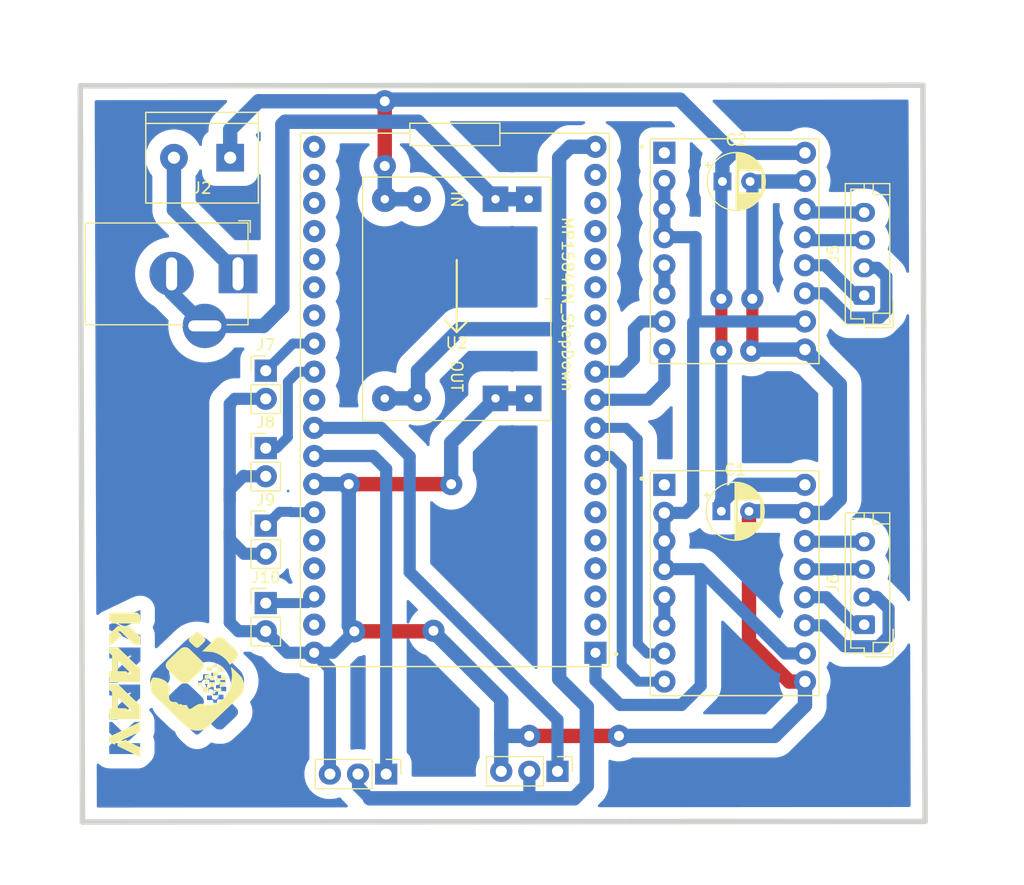
<source format=kicad_pcb>
(kicad_pcb (version 20211014) (generator pcbnew)
  (layers (0 "F.Cu" signal) (31 "B.Cu" signal) (34 "B.Paste" user) (35 "F.Paste" user) (36 "B.SilkS" user "B.Silkscreen") (37 "F.SilkS" user "F.Silkscreen") (38 "B.Mask" user) (39 "F.Mask" user) (44 "Edge.Cuts" user))
  (net 0 "")
  (net 1 "+12V")
  (net 2 "GND")
  (net 3 "Net-(J1-Pad1)")
  (net 4 "D18")
  (net 5 "+5V")
  (net 6 "D19")
  (net 7 "Net-(J5-Pad1)")
  (net 8 "Net-(J5-Pad2)")
  (net 9 "Net-(J5-Pad3)")
  (net 10 "Net-(J5-Pad4)")
  (net 11 "Net-(J6-Pad1)")
  (net 12 "Net-(J6-Pad2)")
  (net 13 "Net-(J6-Pad3)")
  (net 14 "Net-(J6-Pad4)")
  (net 15 "+3V3")
  (net 29 "D25")
  (net 30 "D26")
  (net 31 "D27")
  (net 33 "D16")
  (net 34 "D17")
  (net 36 "Net-(U3-Pad5)")
  (net 38 "Net-(U4-Pad5)")
  (net 40 "D33")
  (net 41 "Net-(J1-Pad2)")
  (net 48 "D21")
  (net 51 "D22")
  (footprint "LOGO_KAV.id:LOGO_KAV2" (layer "F.Cu") (at 89.9 123.05 -90)
    (fp_text reference "G***" hide)
    (fp_text value "LOGO" hide)
  )
  (footprint "Driver_Stepper:MODULE_A4988_STEPPER_MOTOR_DRIVER_CARRIER" (layer "F.Cu") (at 140 114)
    (fp_text reference "U4" hide)
    (fp_text value "A4988_STEPPER_MOTOR_DRIVER_B")
  )
  (footprint "ESP32-DEVKIT-38PIN:MODULE_ESP32-DEVKITC" (layer "F.Cu") (at 114.7275 97.435 180)
    (fp_text reference "U2")
    (fp_text value "ESP32-DEVKITC")
  )
  (footprint "Connector_JST:JST_EH_B4B-EH-A_1x04_P2.50mm_Vertical" (layer "F.Cu") (at 151.7 117.75 90)
    (fp_text reference "J6")
    (fp_text value "Step B")
  )
  (footprint "Connector_PinHeader_2.54mm:PinHeader_1x02_P2.54mm_Vertical" (layer "F.Cu") (at 97.65 108.8)
    (fp_text reference "J9")
    (fp_text value "Limit_SW_3")
  )
  (footprint "Connector_PinHeader_2.54mm:PinHeader_1x02_P2.54mm_Vertical" (layer "F.Cu") (at 97.65 94.8)
    (fp_text reference "J7")
    (fp_text value "Limit_SW_1")
  )
  (footprint "Capacitor_THT:CP_Radial_D5.0mm_P2.50mm" (layer "F.Cu") (at 138.894888 77.7)
    (fp_text reference "C2")
    (fp_text value "C" hide)
  )
  (footprint "Connector_PinHeader_2.54mm:PinHeader_1x03_P2.54mm_Vertical" (layer "F.Cu") (at 108.525 131.25 -90)
    (fp_text reference "J4" hide)
    (fp_text value "Servo B")
  )
  (footprint "Driver_Stepper:MODULE_A4988_STEPPER_MOTOR_DRIVER_CARRIER" (layer "F.Cu") (at 140 84)
    (fp_text reference "U3" hide)
    (fp_text value "A4988_STEPPER_MOTOR_DRIVER_A")
  )
  (footprint "LOGO_KAV.id:LOGO_KAV" (layer "F.Cu") (at 89.9 123.05 -90)
    (fp_text reference "G***" hide)
    (fp_text value "LOGO" hide)
  )
  (footprint "Connector_TerminalBloks:TE_282837-2" (layer "F.Cu") (at 91.9 75.55 180)
    (fp_text reference "J2")
    (fp_text value "Switch")
  )
  (footprint "MP1584EN_StepDown:MP1584EN_StepDown" (layer "F.Cu") (at 114.9 88.3 -90)
    (fp_text reference "U1" hide)
    (fp_text value "MP1584EN_StepDown")
  )
  (footprint "Connector_PinHeader_2.54mm:PinHeader_1x02_P2.54mm_Vertical" (layer "F.Cu") (at 97.65 101.8)
    (fp_text reference "J8")
    (fp_text value "Limit_SW_2")
  )
  (footprint "Connector_PinHeader_2.54mm:PinHeader_1x03_P2.54mm_Vertical" (layer "F.Cu") (at 124 131 -90)
    (fp_text reference "J3" hide)
    (fp_text value "Servo A")
  )
  (footprint "Capacitor_THT:CP_Radial_D5.0mm_P2.50mm" (layer "F.Cu") (at 138.794888 107.5)
    (fp_text reference "C1")
    (fp_text value "C" hide)
  )
  (footprint "Connector_PinHeader_2.54mm:PinHeader_1x02_P2.54mm_Vertical" (layer "F.Cu") (at 97.65 115.8)
    (fp_text reference "J10")
    (fp_text value "Limit_SW_4")
  )
  (footprint "Connector_JST:JST_EH_B4B-EH-A_1x04_P2.50mm_Vertical" (layer "F.Cu") (at 151.7 88 90)
    (fp_text reference "J5")
    (fp_text value "Step A")
  )
  (footprint "Connector_BarrelJack:BarrelJack_Horizontal" (layer "F.Cu") (at 95.15 86.05)
    (fp_text reference "J1" hide)
    (fp_text value "Power")
  )
  (gr_line (start 157.2 135.525) (end 81.1 135.575) (layer "Edge.Cuts") (width 0.5))
  (gr_line (start 80.9 69.05) (end 157 69) (layer "Edge.Cuts") (width 0.5))
  (gr_line (start 81.1 135.575) (end 80.9 69.05) (layer "Edge.Cuts") (width 0.5))
  (gr_line (start 157 69) (end 157.2 135.525) (layer "Edge.Cuts") (width 0.5))
  (segment (start 138.8 88.3) (end 138.8 93) (width 1.1) (layer "F.Cu") (net 1))
  (segment (start 108.4 70.4505) (end 108.4 76.3) (width 1.3) (layer "F.Cu") (net 1))
  (via (at 138.8 93) (size 2) (drill 0.9) (layers "F.Cu" "B.Cu") (net 1))
  (via (at 108.4 76.3) (size 2) (drill 0.9) (layers "F.Cu" "B.Cu") (net 1))
  (via (at 108.4 70.4505) (size 2) (drill 0.9) (layers "F.Cu" "B.Cu") (net 1))
  (via (at 138.8 88.3) (size 2) (drill 0.9) (layers "F.Cu" "B.Cu") (net 1))
  (segment (start 138.794888 106.705112) (end 140.39 105.11) (width 1.3) (layer "B.Cu") (net 1))
  (segment (start 138.8 88.3) (end 138.8 77.794888) (width 1.1) (layer "B.Cu") (net 1))
  (segment (start 139.8 75.05) (end 139.8 75.1) (width 1.3) (layer "B.Cu") (net 1))
  (segment (start 135.05 70.3) (end 139.8 75.05) (width 1.3) (layer "B.Cu") (net 1))
  (segment (start 138.8 77.794888) (end 138.894888 77.7) (width 1.1) (layer "B.Cu") (net 1))
  (segment (start 108.4 70.4505) (end 96.9995 70.4505) (width 1.3) (layer "B.Cu") (net 1))
  (segment (start 138.894888 77.7) (end 138.894888 76.005112) (width 1.3) (layer "B.Cu") (net 1))
  (segment (start 108.4 79.3) (end 111.4 79.3) (width 1.3) (layer "B.Cu") (net 1))
  (segment (start 108.4 76.3) (end 108.4 79.3) (width 1.3) (layer "B.Cu") (net 1))
  (segment (start 138.8 93) (end 138.794888 93.005112) (width 1.1) (layer "B.Cu") (net 1))
  (segment (start 139.81 75.11) (end 140.19 75.11) (width 1.3) (layer "B.Cu") (net 1))
  (segment (start 108.5505 70.3) (end 135.05 70.3) (width 1.3) (layer "B.Cu") (net 1))
  (segment (start 138.794888 93.005112) (end 138.794888 107.5) (width 1.1) (layer "B.Cu") (net 1))
  (segment (start 96.9995 70.4505) (end 94.44 73.01) (width 1.3) (layer "B.Cu") (net 1))
  (segment (start 94.44 73.01) (end 94.44 75.55) (width 1.3) (layer "B.Cu") (net 1))
  (segment (start 139.8 75.1) (end 139.81 75.11) (width 1.3) (layer "B.Cu") (net 1))
  (segment (start 138.894888 76.005112) (end 139.8 75.1) (width 1.3) (layer "B.Cu") (net 1))
  (segment (start 108.2495 70.3) (end 108.4 70.4505) (width 1.3) (layer "B.Cu") (net 1))
  (segment (start 140.19 75.11) (end 146.35 75.11) (width 1.3) (layer "B.Cu") (net 1))
  (segment (start 138.794888 107.5) (end 138.794888 106.705112) (width 1.3) (layer "B.Cu") (net 1))
  (segment (start 140.39 105.11) (end 146.35 105.11) (width 1.3) (layer "B.Cu") (net 1))
  (segment (start 108.4 70.4505) (end 108.5505 70.3) (width 1.3) (layer "B.Cu") (net 1))
  (segment (start 112.8 118.3) (end 112.75 118.35) (width 1.3) (layer "F.Cu") (net 2))
  (segment (start 144.935787 122.89) (end 141.294888 119.249101) (width 1.3) (layer "F.Cu") (net 2))
  (segment (start 141.6 92.9) (end 141.5 93) (width 1.1) (layer "F.Cu") (net 2))
  (segment (start 146.35 122.89) (end 144.935787 122.89) (width 1.3) (layer "F.Cu") (net 2))
  (segment (start 141.294888 119.249101) (end 141.294888 107.5) (width 1.3) (layer "F.Cu") (net 2))
  (segment (start 121.45 127.8) (end 129.55 127.8) (width 1.3) (layer "F.Cu") (net 2))
  (segment (start 114.4 105.05) (end 105.15 105.05) (width 1.3) (layer "F.Cu") (net 2))
  (segment (start 112.75 118.35) (end 105.65 118.35) (width 1.3) (layer "F.Cu") (net 2))
  (segment (start 141.6 88.3) (end 141.6 92.9) (width 1.1) (layer "F.Cu") (net 2))
  (via (at 114.4 105.05) (size 2) (drill 0.9) (layers "F.Cu" "B.Cu") (net 2))
  (via (at 105.15 105.05) (size 2) (drill 0.9) (layers "F.Cu" "B.Cu") (net 2))
  (via (at 141.6 88.3) (size 2) (drill 0.9) (layers "F.Cu" "B.Cu") (net 2))
  (via (at 129.55 127.8) (size 2) (drill 0.9) (layers "F.Cu" "B.Cu") (net 2))
  (via (at 141.5 93) (size 2) (drill 0.9) (layers "F.Cu" "B.Cu") (net 2))
  (via (at 121.45 127.8) (size 2) (drill 0.9) (layers "F.Cu" "B.Cu") (net 2))
  (via (at 112.8 118.3) (size 2) (drill 0.9) (layers "F.Cu" "B.Cu") (net 2))
  (via (at 105.65 118.35) (size 2) (drill 0.9) (layers "F.Cu" "B.Cu") (net 2))
  (segment (start 105.15 117.85) (end 105.65 118.35) (width 1.3) (layer "B.Cu") (net 2))
  (segment (start 94.86 97.34) (end 94.4 97.8) (width 1.1) (layer "B.Cu") (net 2))
  (segment (start 97.65 111.34) (end 95.69 111.34) (width 1.1) (layer "B.Cu") (net 2))
  (segment (start 103.715 120.285) (end 105.65 118.35) (width 1.1) (layer "B.Cu") (net 2))
  (segment (start 118.92 127.68) (end 118.92 131) (width 1.3) (layer "B.Cu") (net 2))
  (segment (start 141.6 88.3) (end 141.6 77.905112) (width 1.1) (layer "B.Cu") (net 2))
  (segment (start 105.15 105.05) (end 105.15 117.85) (width 1.3) (layer "B.Cu") (net 2))
  (segment (start 94.4 109.3) (end 94.4 106.55) (width 1.1) (layer "B.Cu") (net 2))
  (segment (start 121.4 97.3) (end 118.4 97.3) (width 1.3) (layer "B.Cu") (net 2))
  (segment (start 99.595 120.285) (end 97.65 118.34) (width 1.1) (layer "B.Cu") (net 2))
  (segment (start 146.3 77.7) (end 146.35 77.65) (width 1.3) (layer "B.Cu") (net 2))
  (segment (start 95.69 111.34) (end 94.4 110.05) (width 1.1) (layer "B.Cu") (net 2))
  (segment (start 141.6 77.905112) (end 141.394888 77.7) (width 1.1) (layer "B.Cu") (net 2))
  (segment (start 97.65 118.34) (end 95.19 118.34) (width 1.1) (layer "B.Cu") (net 2))
  (segment (start 105.145 105.045) (end 105.15 105.05) (width 1.3) (layer "B.Cu") (net 2))
  (segment (start 118.92 124.52) (end 118.92 127.68) (width 1.3) (layer "B.Cu") (net 2))
  (segment (start 141.61 92.89) (end 141.5 93) (width 1.3) (layer "B.Cu") (net 2))
  (segment (start 103.445 131.25) (end 103.445 121.7025) (width 1.1) (layer "B.Cu") (net 2))
  (segment (start 146.35 125.05) (end 146.35 122.89) (width 1.3) (layer "B.Cu") (net 2))
  (segment (start 112.8 118.4) (end 118.92 124.52) (width 1.3) (layer "B.Cu") (net 2))
  (segment (start 149.5 106.4) (end 149.5 96.04) (width 1.3) (layer "B.Cu") (net 2))
  (segment (start 94.4 117.55) (end 94.4 109.3) (width 1.1) (layer "B.Cu") (net 2))
  (segment (start 149.5 96.04) (end 146.35 92.89) (width 1.3) (layer "B.Cu") (net 2))
  (segment (start 102.0275 105.045) (end 105.145 105.045) (width 1.3) (layer "B.Cu") (net 2))
  (segment (start 95.65 104.3) (end 95.69 104.34) (width 1.1) (layer "B.Cu") (net 2))
  (segment (start 102.0275 120.285) (end 99.595 120.285) (width 1.1) (layer "B.Cu") (net 2))
  (segment (start 114.4 101.3) (end 118.4 97.3) (width 1.3) (layer "B.Cu") (net 2))
  (segment (start 119.04 127.8) (end 118.92 127.68) (width 1.3) (layer "B.Cu") (net 2))
  (segment (start 95.69 104.34) (end 97.65 104.34) (width 1.1) (layer "B.Cu") (net 2))
  (segment (start 141.294888 107.5) (end 146.2 107.5) (width 1.3) (layer "B.Cu") (net 2))
  (segment (start 94.4 97.8) (end 94.4 106.55) (width 1.1) (layer "B.Cu") (net 2))
  (segment (start 146.35 92.89) (end 141.61 92.89) (width 1.3) (layer "B.Cu") (net 2))
  (segment (start 143.6 127.8) (end 146.35 125.05) (width 1.3) (layer "B.Cu") (net 2))
  (segment (start 94.4 110.05) (end 94.4 109.3) (width 1.1) (layer "B.Cu") (net 2))
  (segment (start 146.35 107.65) (end 148.25 107.65) (width 1.3) (layer "B.Cu") (net 2))
  (segment (start 141.394888 77.7) (end 146.3 77.7) (width 1.3) (layer "B.Cu") (net 2))
  (segment (start 112.8 118.3) (end 112.8 118.4) (width 1.3) (layer "B.Cu") (net 2))
  (segment (start 129.55 127.8) (end 143.6 127.8) (width 1.3) (layer "B.Cu") (net 2))
  (segment (start 148.25 107.65) (end 149.5 106.4) (width 1.3) (layer "B.Cu") (net 2))
  (segment (start 95.19 118.34) (end 94.4 117.55) (width 1.1) (layer "B.Cu") (net 2))
  (segment (start 146.2 107.5) (end 146.35 107.65) (width 1.3) (layer "B.Cu") (net 2))
  (segment (start 103.445 121.7025) (end 102.0275 120.285) (width 1.1) (layer "B.Cu") (net 2))
  (segment (start 121.45 127.8) (end 119.04 127.8) (width 1.3) (layer "B.Cu") (net 2))
  (segment (start 94.4 106.55) (end 94.4 105.55) (width 1.1) (layer "B.Cu") (net 2))
  (segment (start 114.4 105.05) (end 114.4 101.3) (width 1.3) (layer "B.Cu") (net 2))
  (segment (start 94.4 105.55) (end 95.65 104.3) (width 1.1) (layer "B.Cu") (net 2))
  (segment (start 97.65 97.34) (end 94.86 97.34) (width 1.1) (layer "B.Cu") (net 2))
  (segment (start 102.0275 120.285) (end 103.715 120.285) (width 1.1) (layer "B.Cu") (net 2))
  (segment (start 89.36 75.55) (end 89.36 80.26) (width 1.3) (layer "B.Cu") (net 3))
  (segment (start 95.4 85.8) (end 95.15 86.05) (width 1.3) (layer "B.Cu") (net 3))
  (segment (start 89.36 80.26) (end 95.15 86.05) (width 1.3) (layer "B.Cu") (net 3))
  (segment (start 108.065 99.965) (end 102.0275 99.965) (width 1.1) (layer "B.Cu") (net 4))
  (segment (start 110.65 113) (end 110.65 102.55) (width 1.1) (layer "B.Cu") (net 4))
  (segment (start 124 131) (end 124 126.35) (width 1.1) (layer "B.Cu") (net 4))
  (segment (start 110.65 102.55) (end 108.065 99.965) (width 1.1) (layer "B.Cu") (net 4))
  (segment (start 124 126.35) (end 110.65 113) (width 1.1) (layer "B.Cu") (net 4))
  (segment (start 105.985 132.385) (end 105.985 131.25) (width 1.1) (layer "B.Cu") (net 5))
  (segment (start 125.135 74.565) (end 127.4275 74.565) (width 1.3) (layer "B.Cu") (net 5))
  (segment (start 115.15 91.05) (end 124.15 91.05) (width 1.3) (layer "B.Cu") (net 5))
  (segment (start 111.4 94.8) (end 115.15 91.05) (width 1.3) (layer "B.Cu") (net 5))
  (segment (start 124.15 75.55) (end 125.135 74.565) (width 1.3) (layer "B.Cu") (net 5))
  (segment (start 125.51 133.44) (end 121.46 133.44) (width 1.3) (layer "B.Cu") (net 5))
  (segment (start 124.15 122.65) (end 124.15 91.05) (width 1.3) (layer "B.Cu") (net 5))
  (segment (start 126.65 125.15) (end 124.15 122.65) (width 1.3) (layer "B.Cu") (net 5))
  (segment (start 111.4 97.3) (end 108.4 97.3) (width 1.3) (layer "B.Cu") (net 5))
  (segment (start 126.65 132.3) (end 126.65 125.15) (width 1.3) (layer "B.Cu") (net 5))
  (segment (start 107.04 133.44) (end 105.985 132.385) (width 1.1) (layer "B.Cu") (net 5))
  (segment (start 121.46 131) (end 121.46 133.44) (width 1.1) (layer "B.Cu") (net 5))
  (segment (start 126.65 132.3) (end 125.51 133.44) (width 1.3) (layer "B.Cu") (net 5))
  (segment (start 111.4 97.3) (end 111.4 94.8) (width 1.3) (layer "B.Cu") (net 5))
  (segment (start 124.15 91.05) (end 124.15 75.55) (width 1.3) (layer "B.Cu") (net 5))
  (segment (start 121.46 133.44) (end 107.04 133.44) (width 1.3) (layer "B.Cu") (net 5))
  (segment (start 108.525 103.675) (end 107.355 102.505) (width 1.1) (layer "B.Cu") (net 6))
  (segment (start 107.355 102.505) (end 102.0275 102.505) (width 1.1) (layer "B.Cu") (net 6))
  (segment (start 108.525 131.25) (end 108.525 103.675) (width 1.1) (layer "B.Cu") (net 6))
  (segment (start 148.17 85.27) (end 146.35 85.27) (width 1.1) (layer "B.Cu") (net 7))
  (segment (start 150.9 88) (end 148.17 85.27) (width 1.1) (layer "B.Cu") (net 7))
  (segment (start 151.7 88) (end 150.9 88) (width 1.1) (layer "B.Cu") (net 7))
  (segment (start 148.11 87.81) (end 150.3 90) (width 1.1) (layer "B.Cu") (net 8))
  (segment (start 146.35 87.81) (end 148.11 87.81) (width 1.1) (layer "B.Cu") (net 8))
  (segment (start 153.7 89.4) (end 153.7 86.3) (width 1.1) (layer "B.Cu") (net 8))
  (segment (start 153.1 90) (end 153.7 89.4) (width 1.1) (layer "B.Cu") (net 8))
  (segment (start 152.9 85.5) (end 151.7 85.5) (width 1.1) (layer "B.Cu") (net 8))
  (segment (start 153.7 86.3) (end 152.9 85.5) (width 1.1) (layer "B.Cu") (net 8))
  (segment (start 150.3 90) (end 153.1 90) (width 1.1) (layer "B.Cu") (net 8))
  (segment (start 151.7 83) (end 146.62 83) (width 1.1) (layer "B.Cu") (net 9))
  (segment (start 146.62 83) (end 146.35 82.73) (width 1.1) (layer "B.Cu") (net 9))
  (segment (start 146.66 80.5) (end 146.35 80.19) (width 1.1) (layer "B.Cu") (net 10))
  (segment (start 151.7 80.5) (end 146.66 80.5) (width 1.1) (layer "B.Cu") (net 10))
  (segment (start 148.27 115.27) (end 146.35 115.27) (width 1.1) (layer "B.Cu") (net 11))
  (segment (start 150.75 117.75) (end 148.27 115.27) (width 1.1) (layer "B.Cu") (net 11))
  (segment (start 151.7 117.75) (end 150.75 117.75) (width 1.1) (layer "B.Cu") (net 11))
  (segment (start 146.35 117.81) (end 148.01 117.81) (width 1.1) (layer "B.Cu") (net 12))
  (segment (start 153 119.7) (end 153.9 118.8) (width 1.1) (layer "B.Cu") (net 12))
  (segment (start 152.85 115.25) (end 151.7 115.25) (width 1.1) (layer "B.Cu") (net 12))
  (segment (start 153.9 118.8) (end 153.9 116.3) (width 1.1) (layer "B.Cu") (net 12))
  (segment (start 153.9 116.3) (end 152.85 115.25) (width 1.1) (layer "B.Cu") (net 12))
  (segment (start 148.01 117.81) (end 149.9 119.7) (width 1.1) (layer "B.Cu") (net 12))
  (segment (start 149.9 119.7) (end 153 119.7) (width 1.1) (layer "B.Cu") (net 12))
  (segment (start 151.7 112.75) (end 146.37 112.75) (width 1.1) (layer "B.Cu") (net 13))
  (segment (start 146.37 112.75) (end 146.35 112.73) (width 1.1) (layer "B.Cu") (net 13))
  (segment (start 151.7 110.25) (end 146.41 110.25) (width 1.1) (layer "B.Cu") (net 14))
  (segment (start 146.41 110.25) (end 146.35 110.19) (width 1.1) (layer "B.Cu") (net 14))
  (segment (start 146.35 90.35) (end 136.55 90.35) (width 1.1) (layer "B.Cu") (net 15))
  (segment (start 133.65 107.65) (end 135.53 107.65) (width 1.1) (layer "B.Cu") (net 15))
  (segment (start 127.4275 122.7775) (end 129.65 125) (width 1.1) (layer "B.Cu") (net 15))
  (segment (start 129.65 125) (end 135.2 125) (width 1.1) (layer "B.Cu") (net 15))
  (segment (start 136.93 123.27) (end 136.93 112.73) (width 1.1) (layer "B.Cu") (net 15))
  (segment (start 133.65 107.65) (end 133.65 110.19) (width 1.1) (layer "B.Cu") (net 15))
  (segment (start 136.47 82.73) (end 133.65 82.73) (width 1.1) (layer "B.Cu") (net 15))
  (segment (start 133.65 82.73) (end 133.65 80.19) (width 1.1) (layer "B.Cu") (net 15))
  (segment (start 136.93 112.73) (end 133.65 112.73) (width 1.1) (layer "B.Cu") (net 15))
  (segment (start 144.55 120.35) (end 136.93 112.73) (width 1.1) (layer "B.Cu") (net 15))
  (segment (start 136.47 90.43) (end 136.47 82.73) (width 1.1) (layer "B.Cu") (net 15))
  (segment (start 146.35 120.35) (end 144.55 120.35) (width 1.1) (layer "B.Cu") (net 15))
  (segment (start 136.25 106.93) (end 136.25 90.43) (width 1.1) (layer "B.Cu") (net 15))
  (segment (start 133.65 77.65) (end 133.65 80.19) (width 1.1) (layer "B.Cu") (net 15))
  (segment (start 135.53 107.65) (end 136.25 106.93) (width 1.1) (layer "B.Cu") (net 15))
  (segment (start 136.55 90.35) (end 136.47 90.43) (width 1.1) (layer "B.Cu") (net 15))
  (segment (start 127.4275 120.285) (end 127.4275 122.7775) (width 1.1) (layer "B.Cu") (net 15))
  (segment (start 133.65 112.73) (end 133.65 110.19) (width 1.1) (layer "B.Cu") (net 15))
  (segment (start 135.2 125) (end 136.93 123.27) (width 1.1) (layer "B.Cu") (net 15))
  (segment (start 130.215 99.965) (end 127.4275 99.965) (width 0.9) (layer "B.Cu") (net 29))
  (segment (start 133.65 120.35) (end 132.1 120.35) (width 0.9) (layer "B.Cu") (net 29))
  (segment (start 132.1 120.35) (end 131.25 119.5) (width 0.9) (layer "B.Cu") (net 29))
  (segment (start 131.25 119.5) (end 131.25 101) (width 0.9) (layer "B.Cu") (net 29))
  (segment (start 131.25 101) (end 130.215 99.965) (width 0.9) (layer "B.Cu") (net 29))
  (segment (start 127.4275 97.425) (end 132.175 97.425) (width 1.1) (layer "B.Cu") (net 30))
  (segment (start 132.175 97.425) (end 133.65 95.95) (width 1.1) (layer "B.Cu") (net 30))
  (segment (start 133.65 95.95) (end 133.65 92.89) (width 1.1) (layer "B.Cu") (net 30))
  (segment (start 130.9 93.75) (end 130.9 91.05) (width 1.1) (layer "B.Cu") (net 31))
  (segment (start 130.9 91.05) (end 131.6 90.35) (width 1.1) (layer "B.Cu") (net 31))
  (segment (start 131.6 90.35) (end 133.65 90.35) (width 1.1) (layer "B.Cu") (net 31))
  (segment (start 129.765 94.885) (end 130.9 93.75) (width 1.1) (layer "B.Cu") (net 31))
  (segment (start 127.4275 94.885) (end 129.765 94.885) (width 1.1) (layer "B.Cu") (net 31))
  (segment (start 102.0275 92.345) (end 100.105 92.345) (width 0.9) (layer "B.Cu") (net 33))
  (segment (start 100.105 92.345) (end 97.65 94.8) (width 0.9) (layer "B.Cu") (net 33))
  (segment (start 99.65 95.8) (end 100.565 94.885) (width 0.9) (layer "B.Cu") (net 34))
  (segment (start 99.65 100.8) (end 99.65 95.8) (width 0.9) (layer "B.Cu") (net 34))
  (segment (start 100.565 94.885) (end 102.0275 94.885) (width 0.9) (layer "B.Cu") (net 34))
  (segment (start 98.65 101.8) (end 99.65 100.8) (width 0.9) (layer "B.Cu") (net 34))
  (segment (start 97.65 101.8) (end 98.65 101.8) (width 0.9) (layer "B.Cu") (net 34))
  (segment (start 133.65 85.27) (end 133.65 87.81) (width 1.1) (layer "B.Cu") (net 36))
  (segment (start 133.65 115.27) (end 133.65 117.81) (width 1.1) (layer "B.Cu") (net 38))
  (segment (start 129.8 103.5) (end 129.8 121.411522) (width 0.9) (layer "B.Cu") (net 40))
  (segment (start 128.805 102.505) (end 129.8 103.5) (width 0.9) (layer "B.Cu") (net 40))
  (segment (start 129.8 121.411522) (end 131.288478 122.9) (width 0.9) (layer "B.Cu") (net 40))
  (segment (start 133.64 122.9) (end 133.65 122.89) (width 1.1) (layer "B.Cu") (net 40))
  (segment (start 127.4275 102.505) (end 128.805 102.505) (width 0.9) (layer "B.Cu") (net 40))
  (segment (start 131.288478 122.9) (end 133.64 122.9) (width 0.9) (layer "B.Cu") (net 40))
  (segment (start 89.15 86.05) (end 89.15 87.75) (width 1.3) (layer "B.Cu") (net 41))
  (segment (start 89.15 87.75) (end 92.15 90.75) (width 1.3) (layer "B.Cu") (net 41))
  (segment (start 99.15 89.05) (end 99.15 72.55) (width 1.3) (layer "B.Cu") (net 41))
  (segment (start 99.4 72.3) (end 111.4 72.3) (width 1.3) (layer "B.Cu") (net 41))
  (segment (start 111.4 72.3) (end 118.4 79.3) (width 1.3) (layer "B.Cu") (net 41))
  (segment (start 99.15 72.55) (end 99.4 72.3) (width 1.3) (layer "B.Cu") (net 41))
  (segment (start 118.4 79.3) (end 121.4 79.3) (width 1.3) (layer "B.Cu") (net 41))
  (segment (start 92.15 90.75) (end 97.45 90.75) (width 1.3) (layer "B.Cu") (net 41))
  (segment (start 97.45 90.75) (end 99.15 89.05) (width 1.3) (layer "B.Cu") (net 41))
  (segment (start 99.935 107.585) (end 102.0275 107.585) (width 0.9) (layer "B.Cu") (net 48))
  (segment (start 98.9 107.55) (end 99.9 107.55) (width 0.9) (layer "B.Cu") (net 48))
  (segment (start 99.9 107.55) (end 99.935 107.585) (width 0.9) (layer "B.Cu") (net 48))
  (segment (start 97.65 108.8) (end 98.9 107.55) (width 0.9) (layer "B.Cu") (net 48))
  (segment (start 97.65 115.8) (end 101.4325 115.8) (width 0.9) (layer "B.Cu") (net 51))
  (segment (start 101.4325 115.8) (end 102.0275 115.205) (width 0.9) (layer "B.Cu") (net 51))
  (zone (net 0) (net_name "") (layer "B.Cu") (connect_pads (clearance 1.3)) (min_thickness 0.254) (fill yes (thermal_gap 0.508) (thermal_bridge_width 0.508))
    (polygon (pts (xy 166.15 141.3) (xy 73.65 141.3) (xy 73.65 61.3) (xy 166.15 61.3)))
  )
)
</source>
